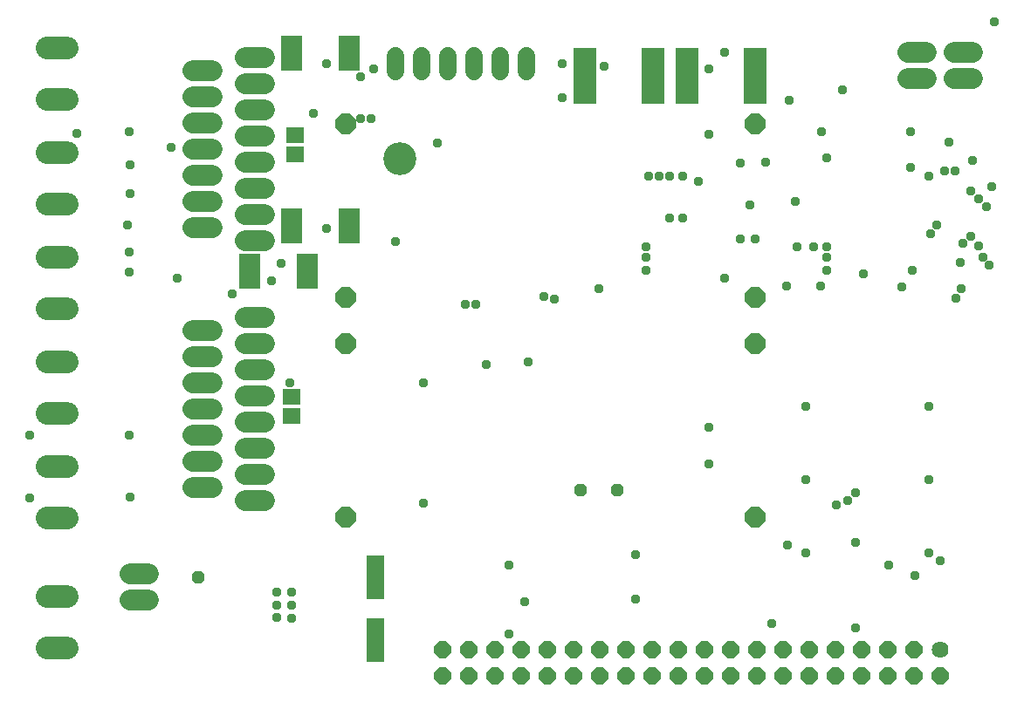
<source format=gts>
G75*
%MOIN*%
%OFA0B0*%
%FSLAX25Y25*%
%IPPOS*%
%LPD*%
%AMOC8*
5,1,8,0,0,1.08239X$1,22.5*
%
%ADD10C,0.12611*%
%ADD11C,0.06400*%
%ADD12OC8,0.06400*%
%ADD13OC8,0.07887*%
%ADD14R,0.08674X0.21666*%
%ADD15C,0.07887*%
%ADD16R,0.07887X0.13398*%
%ADD17R,0.06706X0.05918*%
%ADD18C,0.08600*%
%ADD19C,0.06800*%
%ADD20R,0.07099X0.16548*%
%ADD21OC8,0.04762*%
%ADD22OC8,0.03581*%
D10*
X0158761Y0214295D03*
D11*
X0365178Y0026500D03*
D12*
X0355178Y0026500D03*
X0345178Y0026500D03*
X0335178Y0026500D03*
X0325178Y0026500D03*
X0315178Y0026500D03*
X0305178Y0026500D03*
X0295178Y0026500D03*
X0285178Y0026500D03*
X0275178Y0026500D03*
X0265178Y0026500D03*
X0255178Y0026500D03*
X0245178Y0026500D03*
X0235178Y0026500D03*
X0225178Y0026500D03*
X0215178Y0026500D03*
X0205178Y0026500D03*
X0195178Y0026500D03*
X0185178Y0026500D03*
X0175178Y0026500D03*
X0175178Y0016500D03*
X0185178Y0016500D03*
X0195178Y0016500D03*
X0205178Y0016500D03*
X0215178Y0016500D03*
X0225178Y0016500D03*
X0235178Y0016500D03*
X0245178Y0016500D03*
X0255178Y0016500D03*
X0265178Y0016500D03*
X0275178Y0016500D03*
X0285178Y0016500D03*
X0295178Y0016500D03*
X0305178Y0016500D03*
X0315178Y0016500D03*
X0325178Y0016500D03*
X0335178Y0016500D03*
X0345178Y0016500D03*
X0355178Y0016500D03*
X0365178Y0016500D03*
D13*
X0294280Y0077413D03*
X0294280Y0143555D03*
X0294280Y0161413D03*
X0294280Y0227555D03*
X0137981Y0227555D03*
X0137981Y0161413D03*
X0137981Y0143555D03*
X0137981Y0077413D03*
D14*
X0229359Y0245949D03*
X0255343Y0245949D03*
X0268509Y0245949D03*
X0294493Y0245949D03*
D15*
X0352682Y0245043D02*
X0359769Y0245043D01*
X0370280Y0245059D02*
X0377367Y0245059D01*
X0377367Y0255059D02*
X0370280Y0255059D01*
X0359769Y0255043D02*
X0352682Y0255043D01*
X0106965Y0252823D02*
X0099879Y0252823D01*
X0099879Y0242823D02*
X0106965Y0242823D01*
X0106965Y0232823D02*
X0099879Y0232823D01*
X0099879Y0222823D02*
X0106965Y0222823D01*
X0106965Y0212823D02*
X0099879Y0212823D01*
X0099879Y0202823D02*
X0106965Y0202823D01*
X0106965Y0192823D02*
X0099879Y0192823D01*
X0099879Y0182823D02*
X0106965Y0182823D01*
X0086965Y0187823D02*
X0079879Y0187823D01*
X0079879Y0197823D02*
X0086965Y0197823D01*
X0086965Y0207823D02*
X0079879Y0207823D01*
X0079879Y0217823D02*
X0086965Y0217823D01*
X0086965Y0227823D02*
X0079879Y0227823D01*
X0079879Y0237823D02*
X0086965Y0237823D01*
X0086965Y0247823D02*
X0079879Y0247823D01*
X0099879Y0153720D02*
X0106965Y0153720D01*
X0106965Y0143720D02*
X0099879Y0143720D01*
X0099879Y0133720D02*
X0106965Y0133720D01*
X0106965Y0123720D02*
X0099879Y0123720D01*
X0099879Y0113720D02*
X0106965Y0113720D01*
X0106965Y0103720D02*
X0099879Y0103720D01*
X0099879Y0093720D02*
X0106965Y0093720D01*
X0106965Y0083720D02*
X0099879Y0083720D01*
X0086965Y0088720D02*
X0079879Y0088720D01*
X0079879Y0098720D02*
X0086965Y0098720D01*
X0086965Y0108720D02*
X0079879Y0108720D01*
X0079879Y0118720D02*
X0086965Y0118720D01*
X0086965Y0128720D02*
X0079879Y0128720D01*
X0079879Y0138720D02*
X0086965Y0138720D01*
X0086965Y0148720D02*
X0079879Y0148720D01*
X0062843Y0055602D02*
X0055757Y0055602D01*
X0055757Y0045602D02*
X0062843Y0045602D01*
D16*
X0101288Y0171154D03*
X0123335Y0171154D03*
X0117335Y0188610D03*
X0139383Y0188610D03*
X0139296Y0254697D03*
X0117249Y0254697D03*
D17*
X0118839Y0223390D03*
X0118839Y0215909D03*
X0117461Y0123390D03*
X0117461Y0115909D03*
D18*
X0031700Y0027302D02*
X0023900Y0027302D01*
X0023900Y0047102D02*
X0031700Y0047102D01*
X0031700Y0076902D02*
X0023900Y0076902D01*
X0023900Y0096702D02*
X0031700Y0096702D01*
X0031700Y0116902D02*
X0023900Y0116902D01*
X0023900Y0136702D02*
X0031700Y0136702D01*
X0031700Y0156902D02*
X0023900Y0156902D01*
X0023900Y0176702D02*
X0031700Y0176702D01*
X0031700Y0196902D02*
X0023900Y0196902D01*
X0023900Y0216702D02*
X0031700Y0216702D01*
X0031700Y0236902D02*
X0023900Y0236902D01*
X0023900Y0256702D02*
X0031700Y0256702D01*
D19*
X0157068Y0253602D02*
X0157068Y0247602D01*
X0167068Y0247602D02*
X0167068Y0253602D01*
X0177068Y0253602D02*
X0177068Y0247602D01*
X0187068Y0247602D02*
X0187068Y0253602D01*
X0197068Y0253602D02*
X0197068Y0247602D01*
X0207068Y0247602D02*
X0207068Y0253602D01*
D20*
X0149233Y0054256D03*
X0149233Y0030240D03*
D21*
X0081800Y0054256D03*
X0227800Y0087602D03*
X0241800Y0087602D03*
D22*
X0248800Y0063102D03*
X0248800Y0045852D03*
X0206300Y0045102D03*
X0200300Y0032602D03*
X0200300Y0059102D03*
X0167800Y0082602D03*
X0117300Y0048522D03*
X0111780Y0048582D03*
X0111800Y0043602D03*
X0111780Y0038862D03*
X0117240Y0038742D03*
X0117300Y0043542D03*
X0055800Y0085102D03*
X0055300Y0108602D03*
X0017300Y0108602D03*
X0017300Y0084602D03*
X0116800Y0128602D03*
X0094800Y0162602D03*
X0109800Y0167602D03*
X0113320Y0174282D03*
X0130800Y0187602D03*
X0156902Y0182705D03*
X0183800Y0158602D03*
X0187800Y0158602D03*
X0213800Y0161602D03*
X0217800Y0160602D03*
X0234800Y0164602D03*
X0252800Y0171602D03*
X0252800Y0176602D03*
X0252800Y0180602D03*
X0261800Y0191602D03*
X0266800Y0191602D03*
X0272800Y0205602D03*
X0266800Y0207602D03*
X0261800Y0207602D03*
X0257800Y0207602D03*
X0253800Y0207602D03*
X0276800Y0223602D03*
X0288800Y0212602D03*
X0298300Y0213102D03*
X0309800Y0198102D03*
X0292300Y0196602D03*
X0294300Y0183602D03*
X0288800Y0183602D03*
X0282800Y0168602D03*
X0306300Y0165602D03*
X0319324Y0165626D03*
X0321800Y0171602D03*
X0321800Y0176602D03*
X0321800Y0180602D03*
X0316800Y0180602D03*
X0310461Y0180702D03*
X0335565Y0170267D03*
X0350290Y0165362D03*
X0354300Y0171602D03*
X0372800Y0174602D03*
X0373800Y0182102D03*
X0376800Y0184602D03*
X0379800Y0181102D03*
X0381300Y0176602D03*
X0383800Y0173602D03*
X0372910Y0164612D03*
X0370910Y0161122D03*
X0361300Y0185602D03*
X0363800Y0189102D03*
X0376800Y0202102D03*
X0379800Y0199102D03*
X0382800Y0196102D03*
X0384800Y0203602D03*
X0370800Y0209602D03*
X0366800Y0209602D03*
X0360800Y0207602D03*
X0353800Y0211102D03*
X0368300Y0220602D03*
X0377300Y0213602D03*
X0353800Y0224602D03*
X0327800Y0240602D03*
X0319800Y0224602D03*
X0321800Y0214602D03*
X0307300Y0236602D03*
X0282800Y0255102D03*
X0276800Y0248602D03*
X0236800Y0249602D03*
X0220800Y0250602D03*
X0220800Y0237602D03*
X0173139Y0220264D03*
X0147800Y0229602D03*
X0143800Y0229602D03*
X0125800Y0231602D03*
X0143800Y0245602D03*
X0148800Y0248602D03*
X0130800Y0250602D03*
X0071300Y0218602D03*
X0055800Y0212102D03*
X0055800Y0201102D03*
X0054800Y0189102D03*
X0055300Y0178602D03*
X0055300Y0171102D03*
X0073800Y0168602D03*
X0035300Y0224102D03*
X0055300Y0224602D03*
X0167800Y0128602D03*
X0191800Y0135602D03*
X0207800Y0136602D03*
X0276800Y0111602D03*
X0276800Y0097602D03*
X0313800Y0091602D03*
X0325300Y0082102D03*
X0329800Y0083602D03*
X0332800Y0086602D03*
X0332800Y0067602D03*
X0345300Y0059102D03*
X0355300Y0055102D03*
X0365178Y0060602D03*
X0360800Y0063602D03*
X0332800Y0035102D03*
X0300800Y0036602D03*
X0313800Y0063602D03*
X0306800Y0066602D03*
X0360800Y0091602D03*
X0360800Y0119602D03*
X0313800Y0119602D03*
X0385800Y0266602D03*
M02*

</source>
